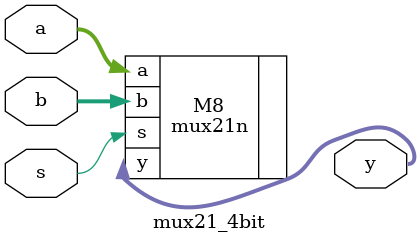
<source format=v>
`timescale 1ns / 1ps
module mux21_4bit(
    input wire [3:0] a,
    input wire [3:0] b,
    input s,
    output [3:0] y
    );

mux21n #(.N(8))
	M8 (.a(a), .b(b), .s(s), .y(y) );

endmodule

</source>
